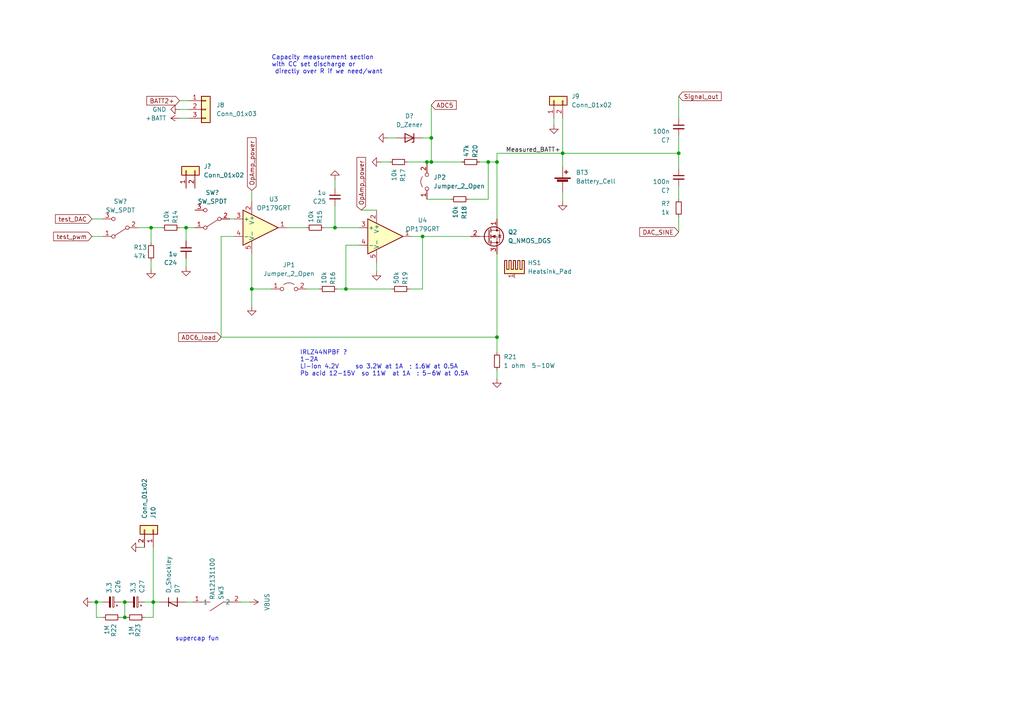
<source format=kicad_sch>
(kicad_sch (version 20211123) (generator eeschema)
  (paper "A4")
  (lib_symbols
    (symbol "Amplifier_Operational:OP179GRT" (pin_names (offset 0.127))
      (property "Reference" "U" (at 0 5.08 0))
      (property "Value" "OP179GRT" (at 0 -5.08 0))
      (symbol "OP179GRT_0_1"
        (polyline (pts (xy -5.08 5.08) (xy 5.08 0) (xy -5.08 -5.08) (xy -5.08 5.08)) (stroke (width 0.254)) (fill (type background)))
        (pin power_in line (at -2.54 7.62 270) (length 3.81) (name "V+") (number "2"))
        (pin power_in line (at -2.54 -7.62 90) (length 3.81) (name "V-") (number "5"))
      )
      (symbol "OP179GRT_1_1"
        (pin output line (at 7.62 0 180) (length 2.54) (name "~") (number "1"))
        (pin input line (at -7.62 2.54 0) (length 2.54) (name "+") (number "3"))
        (pin input line (at -7.62 -2.54 0) (length 2.54) (name "-") (number "4"))
      )
    )
    (symbol "Connector_Generic:Conn_01x02" (pin_names (offset 1.016) hide)
      (property "Reference" "J" (at 0 2.54 0))
      (property "Value" "Conn_01x02" (at 0 -5.08 0))
      (symbol "Conn_01x02_1_1"
        (rectangle (start -1.27 -2.413) (end 0 -2.667) (stroke (width 0.1524)))
        (rectangle (start -1.27 0.127) (end 0 -0.127) (stroke (width 0.1524)))
        (rectangle (start -1.27 1.27) (end 1.27 -3.81) (stroke (width 0.254)) (fill (type background)))
        (pin passive line (at -5.08 0 0) (length 3.81) (name "Pin_1") (number "1"))
        (pin passive line (at -5.08 -2.54 0) (length 3.81) (name "Pin_2") (number "2"))
      )
    )
    (symbol "Connector_Generic:Conn_01x03" (pin_names (offset 1.016) hide)
      (property "Reference" "J" (at 0 5.08 0))
      (property "Value" "Conn_01x03" (at 0 -5.08 0))
      (symbol "Conn_01x03_1_1"
        (rectangle (start -1.27 -2.413) (end 0 -2.667) (stroke (width 0.1524)))
        (rectangle (start -1.27 0.127) (end 0 -0.127) (stroke (width 0.1524)))
        (rectangle (start -1.27 2.667) (end 0 2.413) (stroke (width 0.1524)))
        (rectangle (start -1.27 3.81) (end 1.27 -3.81) (stroke (width 0.254)) (fill (type background)))
        (pin passive line (at -5.08 2.54 0) (length 3.81) (name "Pin_1") (number "1"))
        (pin passive line (at -5.08 0 0) (length 3.81) (name "Pin_2") (number "2"))
        (pin passive line (at -5.08 -2.54 0) (length 3.81) (name "Pin_3") (number "3"))
      )
    )
    (symbol "Device:Battery_Cell" (pin_numbers hide) (pin_names (offset 0) hide)
      (property "Reference" "BT" (at 2.54 2.54 0))
      (property "Value" "Battery_Cell" (at 2.54 0 0))
      (symbol "Battery_Cell_0_1"
        (rectangle (start -2.286 1.778) (end 2.286 1.524) (fill (type outline)))
        (rectangle (start -1.5748 1.1938) (end 1.4732 0.6858) (fill (type outline)))
        (polyline (pts (xy 0 0.762) (xy 0 0)))
        (polyline (pts (xy 0 1.778) (xy 0 2.54)))
        (polyline (pts (xy 0.508 3.429) (xy 1.524 3.429)) (stroke (width 0.254)))
        (polyline (pts (xy 1.016 3.937) (xy 1.016 2.921)) (stroke (width 0.254)))
      )
      (symbol "Battery_Cell_1_1"
        (pin passive line (at 0 5.08 270) (length 2.54) (name "+") (number "1"))
        (pin passive line (at 0 -2.54 90) (length 2.54) (name "-") (number "2"))
      )
    )
    (symbol "Device:C_Polarized_Small" (pin_numbers hide) (pin_names (offset 0.254) hide)
      (property "Reference" "C" (at 0.254 1.778 0))
      (property "Value" "C_Polarized_Small" (at 0.254 -2.032 0))
      (symbol "C_Polarized_Small_0_1"
        (rectangle (start -1.524 -0.3048) (end 1.524 -0.6858) (fill (type outline)))
        (rectangle (start -1.524 0.6858) (end 1.524 0.3048))
        (polyline (pts (xy -1.27 1.524) (xy -0.762 1.524)))
        (polyline (pts (xy -1.016 1.27) (xy -1.016 1.778)))
      )
      (symbol "C_Polarized_Small_1_1"
        (pin passive line (at 0 2.54 270) (length 1.8542) (name "~") (number "1"))
        (pin passive line (at 0 -2.54 90) (length 1.8542) (name "~") (number "2"))
      )
    )
    (symbol "Device:C_Small" (pin_numbers hide) (pin_names (offset 0.254) hide)
      (property "Reference" "C" (at 0.254 1.778 0))
      (property "Value" "C_Small" (at 0.254 -2.032 0))
      (symbol "C_Small_0_1"
        (polyline (pts (xy -1.524 -0.508) (xy 1.524 -0.508)) (stroke (width 0.3302)))
        (polyline (pts (xy -1.524 0.508) (xy 1.524 0.508)) (stroke (width 0.3048)))
      )
      (symbol "C_Small_1_1"
        (pin passive line (at 0 2.54 270) (length 2.032) (name "~") (number "1"))
        (pin passive line (at 0 -2.54 90) (length 2.032) (name "~") (number "2"))
      )
    )
    (symbol "Device:D_Shockley" (pin_numbers hide) (pin_names (offset 1.016) hide)
      (property "Reference" "D" (at 0 2.54 0))
      (property "Value" "D_Shockley" (at 0 -2.54 0))
      (symbol "D_Shockley_0_1"
        (polyline (pts (xy -1.27 0) (xy 1.27 0)))
        (polyline (pts (xy -1.27 1.27) (xy -1.27 -1.27)) (stroke (width 0.254)))
        (polyline (pts (xy -1.27 0) (xy 1.27 1.27) (xy 1.27 -1.27)) (stroke (width 0.254)))
      )
      (symbol "D_Shockley_1_1"
        (pin passive line (at -3.81 0 0) (length 2.54) (name "K") (number "1"))
        (pin passive line (at 3.81 0 180) (length 2.54) (name "A") (number "2"))
      )
    )
    (symbol "Device:D_Zener" (pin_numbers hide) (pin_names (offset 1.016) hide)
      (property "Reference" "D" (at 0 2.54 0))
      (property "Value" "D_Zener" (at 0 -2.54 0))
      (symbol "D_Zener_0_1"
        (polyline (pts (xy 1.27 0) (xy -1.27 0)))
        (polyline (pts (xy -1.27 -1.27) (xy -1.27 1.27) (xy -0.762 1.27)) (stroke (width 0.254)))
        (polyline (pts (xy 1.27 -1.27) (xy 1.27 1.27) (xy -1.27 0) (xy 1.27 -1.27)) (stroke (width 0.254)))
      )
      (symbol "D_Zener_1_1"
        (pin passive line (at -3.81 0 0) (length 2.54) (name "K") (number "1"))
        (pin passive line (at 3.81 0 180) (length 2.54) (name "A") (number "2"))
      )
    )
    (symbol "Device:Q_NMOS_DGS" (pin_names (offset 0) hide)
      (property "Reference" "Q" (at 5.08 1.27 0))
      (property "Value" "Q_NMOS_DGS" (at 5.08 -1.27 0))
      (symbol "Q_NMOS_DGS_0_1"
        (polyline (pts (xy 0.254 0) (xy -2.54 0)))
        (polyline (pts (xy 0.254 1.905) (xy 0.254 -1.905)) (stroke (width 0.254)))
        (polyline (pts (xy 0.762 -1.27) (xy 0.762 -2.286)) (stroke (width 0.254)))
        (polyline (pts (xy 0.762 0.508) (xy 0.762 -0.508)) (stroke (width 0.254)))
        (polyline (pts (xy 0.762 2.286) (xy 0.762 1.27)) (stroke (width 0.254)))
        (polyline (pts (xy 2.54 2.54) (xy 2.54 1.778)))
        (polyline (pts (xy 2.54 -2.54) (xy 2.54 0) (xy 0.762 0)))
        (polyline (pts (xy 0.762 -1.778) (xy 3.302 -1.778) (xy 3.302 1.778) (xy 0.762 1.778)))
        (polyline (pts (xy 1.016 0) (xy 2.032 0.381) (xy 2.032 -0.381) (xy 1.016 0)) (fill (type outline)))
        (polyline (pts (xy 2.794 0.508) (xy 2.921 0.381) (xy 3.683 0.381) (xy 3.81 0.254)))
        (polyline (pts (xy 3.302 0.381) (xy 2.921 -0.254) (xy 3.683 -0.254) (xy 3.302 0.381)))
        (circle (center 1.651 0) (radius 2.794) (stroke (width 0.254)))
        (circle (center 2.54 -1.778) (radius 0.254) (fill (type outline)))
        (circle (center 2.54 1.778) (radius 0.254) (fill (type outline)))
      )
      (symbol "Q_NMOS_DGS_1_1"
        (pin passive line (at 2.54 5.08 270) (length 2.54) (name "D") (number "1"))
        (pin input line (at -5.08 0 0) (length 2.54) (name "G") (number "2"))
        (pin passive line (at 2.54 -5.08 90) (length 2.54) (name "S") (number "3"))
      )
    )
    (symbol "Device:R_Small" (pin_numbers hide) (pin_names (offset 0.254) hide)
      (property "Reference" "R" (at 0.762 0.508 0))
      (property "Value" "R_Small" (at 0.762 -1.016 0))
      (symbol "R_Small_0_1"
        (rectangle (start -0.762 1.778) (end 0.762 -1.778) (stroke (width 0.2032)))
      )
      (symbol "R_Small_1_1"
        (pin passive line (at 0 2.54 270) (length 0.762) (name "~") (number "1"))
        (pin passive line (at 0 -2.54 90) (length 0.762) (name "~") (number "2"))
      )
    )
    (symbol "Jumper:Jumper_2_Open" (pin_names (offset 0) hide)
      (property "Reference" "JP" (at 0 2.794 0))
      (property "Value" "Jumper_2_Open" (at 0 -2.286 0))
      (symbol "Jumper_2_Open_0_0"
        (circle (center -2.032 0) (radius 0.508))
        (circle (center 2.032 0) (radius 0.508))
      )
      (symbol "Jumper_2_Open_0_1"
        (arc (start 1.524 1.27) (mid 0 1.778) (end -1.524 1.27))
      )
      (symbol "Jumper_2_Open_1_1"
        (pin passive line (at -5.08 0 0) (length 2.54) (name "A") (number "1"))
        (pin passive line (at 5.08 0 180) (length 2.54) (name "B") (number "2"))
      )
    )
    (symbol "Mechanical:Heatsink_Pad" (pin_names (offset 0))
      (property "Reference" "HS" (at 0 5.715 0))
      (property "Value" "Heatsink_Pad" (at 0 3.81 0))
      (symbol "Heatsink_Pad_0_1"
        (polyline (pts (xy -0.3302 0) (xy -0.9652 0) (xy -0.9652 2.54) (xy -1.6002 2.54) (xy -1.6002 0) (xy -2.2352 0) (xy -2.2352 2.54) (xy -2.8702 2.54) (xy -2.8702 -1.27) (xy -0.9652 -1.27)) (stroke (width 0.254)) (fill (type background)))
        (polyline (pts (xy -0.3302 0) (xy -0.3302 2.54) (xy 0.3048 2.54) (xy 0.3048 0) (xy 0.9398 0) (xy 0.9398 2.54) (xy 1.5748 2.54) (xy 1.5748 0) (xy 2.2098 0) (xy 2.2098 2.54) (xy 2.8448 2.54) (xy 2.8448 -1.27) (xy -0.9652 -1.27)) (stroke (width 0.254)) (fill (type background)))
      )
      (symbol "Heatsink_Pad_1_1"
        (pin passive line (at 0 -2.54 90) (length 1.27) (name "~") (number "1"))
      )
    )
    (symbol "My_custom_lib:RA12131100"
      (property "Reference" "SW" (at 0 0 0))
      (property "Value" "RA12131100" (at 0 0 0))
      (symbol "RA12131100_0_1"
        (polyline (pts (xy -1.27 -2.54) (xy -5.08 0)))
        (polyline (pts (xy 1.27 -2.54) (xy -1.27 -2.54)))
        (polyline (pts (xy -7.62 -2.54) (xy -6.35 -2.54) (xy -5.08 -2.54)))
      )
      (symbol "RA12131100_1_1"
        (pin input line (at -10.16 -2.54 0) (length 2.54) (name "1") (number "1"))
        (pin input line (at 3.81 -2.54 180) (length 2.54) (name "2") (number "2"))
      )
    )
    (symbol "Switch:SW_SPDT" (pin_names (offset 0) hide)
      (property "Reference" "SW" (at 0 4.318 0))
      (property "Value" "SW_SPDT" (at 0 -5.08 0))
      (symbol "SW_SPDT_0_0"
        (circle (center -2.032 0) (radius 0.508))
        (circle (center 2.032 -2.54) (radius 0.508))
      )
      (symbol "SW_SPDT_0_1"
        (polyline (pts (xy -1.524 0.254) (xy 1.651 2.286)))
        (circle (center 2.032 2.54) (radius 0.508))
      )
      (symbol "SW_SPDT_1_1"
        (pin passive line (at 5.08 2.54 180) (length 2.54) (name "A") (number "1"))
        (pin passive line (at -5.08 0 0) (length 2.54) (name "B") (number "2"))
        (pin passive line (at 5.08 -2.54 180) (length 2.54) (name "C") (number "3"))
      )
    )
    (symbol "power:+BATT" (power) (pin_names (offset 0))
      (property "Value" "+BATT" (at 0 3.556 0))
      (symbol "+BATT_0_1"
        (polyline (pts (xy -0.762 1.27) (xy 0 2.54)))
        (polyline (pts (xy 0 0) (xy 0 2.54)))
        (polyline (pts (xy 0 2.54) (xy 0.762 1.27)))
      )
      (symbol "+BATT_1_1"
        (pin power_in line (at 0 0 90) (length 0) hide (name "+BATT") (number "1"))
      )
    )
    (symbol "power:GND" (power) (pin_names (offset 0))
      (property "Value" "GND" (at 0 -3.81 0))
      (symbol "GND_0_1"
        (polyline (pts (xy 0 0) (xy 0 -1.27) (xy 1.27 -1.27) (xy 0 -2.54) (xy -1.27 -1.27) (xy 0 -1.27)))
      )
      (symbol "GND_1_1"
        (pin power_in line (at 0 0 270) (length 0) hide (name "GND") (number "1"))
      )
    )
    (symbol "power:VBUS" (power) (pin_names (offset 0))
      (property "Value" "VBUS" (at 0 3.81 0))
      (symbol "VBUS_0_1"
        (polyline (pts (xy -0.762 1.27) (xy 0 2.54)))
        (polyline (pts (xy 0 0) (xy 0 2.54)))
        (polyline (pts (xy 0 2.54) (xy 0.762 1.27)))
      )
      (symbol "VBUS_1_1"
        (pin power_in line (at 0 0 90) (length 0) hide (name "VBUS") (number "1"))
      )
    )
  )
  (junction (at 43.815 66.04))
  (junction (at 100.33 83.82))
  (junction (at 122.555 68.58))
  (junction (at 27.94 174.625))
  (junction (at 44.45 174.625))
  (junction (at 141.605 46.99))
  (junction (at 196.85 44.45))
  (junction (at 123.825 46.99))
  (junction (at 144.145 46.99))
  (junction (at 53.975 66.04))
  (junction (at 73.025 83.82))
  (junction (at 144.145 97.79))
  (junction (at 36.195 179.07))
  (junction (at 125.095 40.005))
  (junction (at 97.155 66.04))
  (junction (at 125.095 46.99))
  (junction (at 36.195 174.625))
  (junction (at 163.195 44.45))
  (wire (pts (xy 196.85 44.45) (xy 196.85 39.37)))
  (wire (pts (xy 43.815 66.04) (xy 46.99 66.04)))
  (wire (pts (xy 64.135 97.79) (xy 64.135 68.58)))
  (wire (pts (xy 125.095 46.99) (xy 133.985 46.99)))
  (wire (pts (xy 163.195 44.45) (xy 196.85 44.45)))
  (wire (pts (xy 53.975 74.93) (xy 53.975 77.47)))
  (wire (pts (xy 125.095 46.99) (xy 125.095 40.005)))
  (wire (pts (xy 122.555 68.58) (xy 136.525 68.58)))
  (wire (pts (xy 44.45 174.625) (xy 41.91 174.625)))
  (wire (pts (xy 196.85 34.29) (xy 196.85 27.94)))
  (wire (pts (xy 43.815 66.04) (xy 43.815 70.485)))
  (wire (pts (xy 141.605 57.785) (xy 141.605 46.99)))
  (wire (pts (xy 44.45 179.07) (xy 41.91 179.07)))
  (wire (pts (xy 196.85 57.785) (xy 196.85 53.975)))
  (wire (pts (xy 52.07 31.75) (xy 54.61 31.75)))
  (wire (pts (xy 163.195 44.45) (xy 163.195 48.26)))
  (wire (pts (xy 64.135 68.58) (xy 67.945 68.58)))
  (wire (pts (xy 100.33 83.82) (xy 113.665 83.82)))
  (wire (pts (xy 125.095 40.005) (xy 125.095 30.48)))
  (wire (pts (xy 100.33 83.82) (xy 100.33 71.12)))
  (wire (pts (xy 73.025 55.245) (xy 73.025 58.42)))
  (wire (pts (xy 73.025 83.82) (xy 78.74 83.82)))
  (wire (pts (xy 122.555 40.005) (xy 125.095 40.005)))
  (wire (pts (xy 144.145 44.45) (xy 163.195 44.45)))
  (wire (pts (xy 118.11 46.99) (xy 123.825 46.99)))
  (wire (pts (xy 36.195 174.625) (xy 34.925 174.625)))
  (wire (pts (xy 43.815 75.565) (xy 43.815 78.105)))
  (wire (pts (xy 83.185 66.04) (xy 88.9 66.04)))
  (wire (pts (xy 123.825 57.785) (xy 130.81 57.785)))
  (wire (pts (xy 44.45 174.625) (xy 44.45 179.07)))
  (wire (pts (xy 119.38 68.58) (xy 122.555 68.58)))
  (wire (pts (xy 110.49 46.99) (xy 113.03 46.99)))
  (wire (pts (xy 122.555 83.82) (xy 118.745 83.82)))
  (wire (pts (xy 104.775 60.96) (xy 109.22 60.96)))
  (wire (pts (xy 139.065 46.99) (xy 141.605 46.99)))
  (wire (pts (xy 144.145 97.79) (xy 144.145 102.235)))
  (wire (pts (xy 196.85 67.31) (xy 196.85 62.865)))
  (wire (pts (xy 29.845 174.625) (xy 27.94 174.625)))
  (wire (pts (xy 40.005 66.04) (xy 43.815 66.04)))
  (wire (pts (xy 97.155 54.61) (xy 97.155 52.07)))
  (wire (pts (xy 144.145 107.315) (xy 144.145 109.855)))
  (wire (pts (xy 144.145 46.99) (xy 144.145 44.45)))
  (wire (pts (xy 122.555 68.58) (xy 122.555 83.82)))
  (wire (pts (xy 135.89 57.785) (xy 141.605 57.785)))
  (wire (pts (xy 27.94 179.07) (xy 27.94 174.625)))
  (wire (pts (xy 52.07 66.04) (xy 53.975 66.04)))
  (wire (pts (xy 52.07 34.29) (xy 54.61 34.29)))
  (wire (pts (xy 144.145 97.79) (xy 64.135 97.79)))
  (wire (pts (xy 53.975 66.04) (xy 56.515 66.04)))
  (wire (pts (xy 109.22 76.2) (xy 109.22 78.74)))
  (wire (pts (xy 163.195 34.29) (xy 163.195 44.45)))
  (wire (pts (xy 144.145 73.66) (xy 144.145 97.79)))
  (wire (pts (xy 97.79 83.82) (xy 100.33 83.82)))
  (wire (pts (xy 66.675 63.5) (xy 67.945 63.5)))
  (wire (pts (xy 196.85 48.895) (xy 196.85 44.45)))
  (wire (pts (xy 36.195 179.07) (xy 36.195 174.625)))
  (wire (pts (xy 163.195 55.88) (xy 163.195 58.42)))
  (wire (pts (xy 73.025 73.66) (xy 73.025 83.82)))
  (wire (pts (xy 123.825 46.99) (xy 125.095 46.99)))
  (wire (pts (xy 160.655 34.29) (xy 160.655 36.195)))
  (wire (pts (xy 29.845 179.07) (xy 27.94 179.07)))
  (wire (pts (xy 26.67 68.58) (xy 29.845 68.58)))
  (wire (pts (xy 55.88 174.625) (xy 53.975 174.625)))
  (wire (pts (xy 144.145 63.5) (xy 144.145 46.99)))
  (wire (pts (xy 27.94 174.625) (xy 26.67 174.625)))
  (wire (pts (xy 97.155 59.69) (xy 97.155 66.04)))
  (wire (pts (xy 141.605 46.99) (xy 144.145 46.99)))
  (wire (pts (xy 97.155 66.04) (xy 104.14 66.04)))
  (wire (pts (xy 93.98 66.04) (xy 97.155 66.04)))
  (wire (pts (xy 53.975 66.04) (xy 53.975 69.85)))
  (wire (pts (xy 41.91 158.75) (xy 40.64 158.75)))
  (wire (pts (xy 123.825 46.99) (xy 123.825 47.625)))
  (wire (pts (xy 72.39 174.625) (xy 69.85 174.625)))
  (wire (pts (xy 100.33 71.12) (xy 104.14 71.12)))
  (wire (pts (xy 52.07 29.21) (xy 54.61 29.21)))
  (wire (pts (xy 88.9 83.82) (xy 92.71 83.82)))
  (wire (pts (xy 36.83 179.07) (xy 36.195 179.07)))
  (wire (pts (xy 44.45 174.625) (xy 44.45 158.75)))
  (wire (pts (xy 46.355 174.625) (xy 44.45 174.625)))
  (wire (pts (xy 36.83 174.625) (xy 36.195 174.625)))
  (wire (pts (xy 36.195 179.07) (xy 34.925 179.07)))
  (wire (pts (xy 73.025 83.82) (xy 73.025 88.9)))
  (wire (pts (xy 112.395 40.005) (xy 114.935 40.005)))
  (wire (pts (xy 26.67 63.5) (xy 29.845 63.5)))
  (text "supercap fun" (at 50.8 186.055 0) (effects (font (size 1.27 1.27)) (justify left bottom)))
  (text "IRLZ44NPBF ?\n1-2A \nLi-ion 4.2V     so 3.2W at 1A  ; 1.6W at 0.5A\nPb acid 12-15V  so 11W  at 1A  : 5-6W at 0.5A" (at 86.995 109.22 0) (effects (font (size 1.27 1.27)) (justify left bottom)))
  (text "Capacity measurement section\nwith CC set discharge or\n directly over R if we need/want" (at 78.74 21.59 0) (effects (font (size 1.27 1.27)) (justify left bottom)))
  (label "Measured_BATT+" (at 146.685 44.45 0))
  (global_label "test_DAC" (shape input) (at 26.67 63.5 180) (property "Intersheet References" "${INTERSHEET_REFS}" (effects hide)))
  (global_label "BATT2+" (shape input) (at 52.07 29.21 180) (property "Intersheet References" "${INTERSHEET_REFS}" (effects hide)))
  (global_label "OpAmp_power" (shape input) (at 73.025 55.245 90) (property "Intersheet References" "${INTERSHEET_REFS}" (effects hide)))
  (global_label "Signal_out" (shape input) (at 196.85 27.94 0) (property "Intersheet References" "${INTERSHEET_REFS}" (effects hide)))
  (global_label "test_pwm" (shape input) (at 26.67 68.58 180) (property "Intersheet References" "${INTERSHEET_REFS}" (effects hide)))
  (global_label "ADC5" (shape input) (at 125.095 30.48 0) (property "Intersheet References" "${INTERSHEET_REFS}" (effects hide)))
  (global_label "DAC_SINE" (shape input) (at 196.85 67.31 180) (property "Intersheet References" "${INTERSHEET_REFS}" (effects hide)))
  (global_label "OpAmp_power" (shape input) (at 104.775 60.96 90) (property "Intersheet References" "${INTERSHEET_REFS}" (effects hide)))
  (global_label "ADC6_load" (shape input) (at 64.135 97.79 180) (property "Intersheet References" "${INTERSHEET_REFS}" (effects hide)))
  (symbol (lib_id "Device:R_Small") (at 136.525 46.99 270) (mirror x) (unit 1)
    (property "Reference" "R20" (at 137.795 41.91 0) (effects (justify right)))
    (property "Value" "47k" (at 135.255 41.91 0) (effects (justify right)))
    (property "Footprint" "Resistor_SMD:R_0603_1608Metric_Pad0.98x0.95mm_HandSolder" (effects hide))
  )
  (symbol (lib_id "Device:C_Small") (at 53.975 72.39 0) (mirror y) (unit 1)
    (property "Reference" "C24" (at 51.435 76.2 0) (effects (justify left)))
    (property "Value" "1u" (at 51.435 73.66 0) (effects (justify left)))
    (property "Footprint" "Capacitor_SMD:C_0603_1608Metric_Pad1.08x0.95mm_HandSolder" (effects hide))
  )
  (symbol (lib_id "Device:D_Zener") (at 118.745 40.005 180) (unit 1)
    (property "Reference" "D?" (at 118.745 33.655 0))
    (property "Value" "D_Zener" (at 118.745 36.195 0))
  )
  (symbol (lib_id "power:GND") (at 109.22 78.74 0) (mirror y) (unit 1)
    (property "Reference" "#PWR0173" (effects hide))
    (property "Value" "GND" (effects hide))
  )
  (symbol (lib_id "power:GND") (at 73.025 88.9 0) (mirror y) (unit 1)
    (property "Reference" "#PWR0172" (effects hide))
    (property "Value" "GND" (effects hide))
  )
  (symbol (lib_id "My_custom_lib:RA12131100") (at 66.04 177.165 0) (mirror x) (unit 1)
    (property "Reference" "SW3" (at 64.1351 173.99 90) (effects (justify right)))
    (property "Value" "RA12131100" (at 61.5951 173.99 90) (effects (justify right)))
    (property "Datasheet" "https://ro.mouser.com/ProductDetail/612-RA12131100" (effects hide))
  )
  (symbol (lib_id "Device:R_Small") (at 91.44 66.04 270) (mirror x) (unit 1)
    (property "Reference" "R15" (at 92.71 60.96 0) (effects (justify right)))
    (property "Value" "10k" (at 90.17 60.96 0) (effects (justify right)))
    (property "Footprint" "Resistor_SMD:R_0603_1608Metric_Pad0.98x0.95mm_HandSolder" (effects hide))
  )
  (symbol (lib_id "power:GND") (at 43.815 78.105 0) (mirror y) (unit 1)
    (property "Reference" "#PWR0165" (effects hide))
    (property "Value" "GND" (effects hide))
  )
  (symbol (lib_id "Device:D_Shockley") (at 50.165 174.625 0) (mirror x) (unit 1)
    (property "Reference" "D7" (at 51.4351 172.085 90) (effects (justify right)))
    (property "Value" "D_Shockley" (at 48.8951 172.085 90) (effects (justify right)))
    (property "Footprint" "Diode_THT:D_A-405_P12.70mm_Horizontal" (effects hide))
  )
  (symbol (lib_id "Connector_Generic:Conn_01x03") (at 59.69 31.75 0) (unit 1)
    (property "Reference" "J8" (at 62.738 30.4799 0) (effects (justify left)))
    (property "Value" "Conn_01x03" (at 62.738 33.0199 0) (effects (justify left)))
    (property "Footprint" "Connector_PinHeader_2.54mm:PinHeader_1x03_P2.54mm_Vertical" (effects hide))
  )
  (symbol (lib_id "power:GND") (at 110.49 46.99 270) (mirror x) (unit 1)
    (property "Reference" "#PWR0174" (effects hide))
    (property "Value" "GND" (effects hide))
  )
  (symbol (lib_id "Device:C_Small") (at 196.85 36.83 0) (mirror y) (unit 1)
    (property "Reference" "C?" (at 194.31 40.64 0) (effects (justify left)))
    (property "Value" "100n" (at 194.31 38.1 0) (effects (justify left)))
    (property "Footprint" "Capacitor_SMD:C_0603_1608Metric_Pad1.08x0.95mm_HandSolder" (effects hide))
  )
  (symbol (lib_id "power:GND") (at 40.64 158.75 270) (unit 1)
    (property "Reference" "#PWR0177" (effects hide))
    (property "Value" "GND" (effects hide))
  )
  (symbol (lib_id "Device:C_Polarized_Small") (at 39.37 174.625 270) (mirror x) (unit 1)
    (property "Reference" "C27" (at 41.1862 172.085 0) (effects (justify left)))
    (property "Value" "3.3" (at 38.6462 172.085 0) (effects (justify left)))
    (property "Footprint" "Capacitor_THT:CP_Radial_D8.0mm_P3.50mm" (effects hide))
  )
  (symbol (lib_id "Mechanical:Heatsink_Pad") (at 149.225 78.105 0) (unit 1)
    (property "Reference" "HS1" (at 153.035 76.1999 0) (effects (justify left)))
    (property "Value" "Heatsink_Pad" (at 153.035 78.7399 0) (effects (justify left)))
  )
  (symbol (lib_id "power:GND") (at 163.195 58.42 0) (mirror y) (unit 1)
    (property "Reference" "#PWR0169" (effects hide))
    (property "Value" "GND" (effects hide))
  )
  (symbol (lib_id "Amplifier_Operational:OP179GRT") (at 111.76 68.58 0) (unit 1)
    (property "Reference" "U4" (at 122.555 63.881 0))
    (property "Value" "OP179GRT" (at 122.555 66.421 0))
    (property "Footprint" "Package_TO_SOT_SMD:SOT-23-5" (effects hide))
    (property "Datasheet" "https://www.analog.com/media/en/technical-documentation/data-sheets/OP179_279.pdf" (effects hide))
  )
  (symbol (lib_id "Jumper:Jumper_2_Open") (at 123.825 52.705 90) (unit 1)
    (property "Reference" "JP2" (at 125.73 51.4349 90) (effects (justify right)))
    (property "Value" "Jumper_2_Open" (at 125.73 53.9749 90) (effects (justify right)))
  )
  (symbol (lib_id "Device:C_Small") (at 196.85 51.435 0) (mirror y) (unit 1)
    (property "Reference" "C?" (at 194.31 55.245 0) (effects (justify left)))
    (property "Value" "100n" (at 194.31 52.705 0) (effects (justify left)))
    (property "Footprint" "Capacitor_SMD:C_0603_1608Metric_Pad1.08x0.95mm_HandSolder" (effects hide))
  )
  (symbol (lib_id "Device:R_Small") (at 116.205 83.82 270) (mirror x) (unit 1)
    (property "Reference" "R19" (at 117.475 78.74 0) (effects (justify right)))
    (property "Value" "50k" (at 114.935 78.74 0) (effects (justify right)))
    (property "Footprint" "Resistor_SMD:R_0603_1608Metric_Pad0.98x0.95mm_HandSolder" (effects hide))
  )
  (symbol (lib_id "Device:R_Small") (at 32.385 179.07 90) (mirror x) (unit 1)
    (property "Reference" "R22" (at 33.02 184.785 0) (effects (justify right)))
    (property "Value" "1M" (at 30.988 184.15 0) (effects (justify right)))
    (property "Footprint" "Resistor_THT:R_Axial_DIN0411_L9.9mm_D3.6mm_P7.62mm_Vertical" (effects hide))
  )
  (symbol (lib_id "Device:Q_NMOS_DGS") (at 141.605 68.58 0) (unit 1)
    (property "Reference" "Q2" (at 147.32 67.3099 0) (effects (justify left)))
    (property "Value" "Q_NMOS_DGS" (at 147.32 69.8499 0) (effects (justify left)))
  )
  (symbol (lib_id "Device:R_Small") (at 133.35 57.785 270) (mirror x) (unit 1)
    (property "Reference" "R18" (at 134.62 59.69 0) (effects (justify right)))
    (property "Value" "10k" (at 132.08 59.69 0) (effects (justify right)))
    (property "Footprint" "Resistor_SMD:R_0603_1608Metric_Pad0.98x0.95mm_HandSolder" (effects hide))
  )
  (symbol (lib_id "power:+BATT") (at 52.07 34.29 90) (unit 1)
    (property "Reference" "#PWR?" (effects hide))
    (property "Value" "+BATT" (at 48.26 34.2899 90) (effects (justify left)))
  )
  (symbol (lib_id "Device:R_Small") (at 144.145 104.775 0) (unit 1)
    (property "Reference" "R21" (at 146.05 103.5049 0) (effects (justify left)))
    (property "Value" "1 ohm  5-10W" (at 146.05 106.0449 0) (effects (justify left)))
  )
  (symbol (lib_id "Device:C_Polarized_Small") (at 32.385 174.625 270) (mirror x) (unit 1)
    (property "Reference" "C26" (at 34.2012 172.085 0) (effects (justify left)))
    (property "Value" "3.3" (at 31.6612 172.085 0) (effects (justify left)))
    (property "Footprint" "Capacitor_THT:CP_Radial_D8.0mm_P3.50mm" (effects hide))
  )
  (symbol (lib_id "power:GND") (at 52.07 31.75 270) (unit 1)
    (property "Reference" "#PWR0168" (effects hide))
    (property "Value" "GND" (at 48.26 31.7499 90) (effects (justify right)))
  )
  (symbol (lib_id "Amplifier_Operational:OP179GRT") (at 75.565 66.04 0) (unit 1)
    (property "Reference" "U3" (at 79.375 57.785 0))
    (property "Value" "OP179GRT" (at 79.375 60.325 0))
    (property "Footprint" "Package_TO_SOT_SMD:SOT-23-5" (effects hide))
    (property "Datasheet" "https://www.analog.com/media/en/technical-documentation/data-sheets/OP179_279.pdf" (effects hide))
  )
  (symbol (lib_id "Jumper:Jumper_2_Open") (at 83.82 83.82 0) (unit 1)
    (property "Reference" "JP1" (at 83.82 76.835 0))
    (property "Value" "Jumper_2_Open" (at 83.82 79.375 0))
  )
  (symbol (lib_id "Device:R_Small") (at 95.25 83.82 270) (mirror x) (unit 1)
    (property "Reference" "R16" (at 96.52 78.74 0) (effects (justify right)))
    (property "Value" "10k" (at 93.98 78.74 0) (effects (justify right)))
    (property "Footprint" "Resistor_SMD:R_0603_1608Metric_Pad0.98x0.95mm_HandSolder" (effects hide))
  )
  (symbol (lib_id "Connector_Generic:Conn_01x02") (at 160.655 29.21 90) (unit 1)
    (property "Reference" "J9" (at 165.735 27.9399 90) (effects (justify right)))
    (property "Value" "Conn_01x02" (at 165.735 30.4799 90) (effects (justify right)))
    (property "Footprint" "Connector_Wago:Wago_734-132_1x02_P3.50mm_Vertical" (effects hide))
  )
  (symbol (lib_id "Device:R_Small") (at 115.57 46.99 270) (mirror x) (unit 1)
    (property "Reference" "R17" (at 116.84 48.895 0) (effects (justify right)))
    (property "Value" "10k" (at 114.3 48.895 0) (effects (justify right)))
    (property "Footprint" "Resistor_SMD:R_0603_1608Metric_Pad0.98x0.95mm_HandSolder" (effects hide))
  )
  (symbol (lib_id "Device:R_Small") (at 43.815 73.025 0) (mirror y) (unit 1)
    (property "Reference" "R13" (at 38.735 71.755 0) (effects (justify right)))
    (property "Value" "47k" (at 38.735 74.295 0) (effects (justify right)))
    (property "Footprint" "Resistor_SMD:R_0603_1608Metric_Pad0.98x0.95mm_HandSolder" (effects hide))
  )
  (symbol (lib_id "power:GND") (at 97.155 52.07 0) (mirror x) (unit 1)
    (property "Reference" "#PWR0167" (effects hide))
    (property "Value" "GND" (effects hide))
  )
  (symbol (lib_id "Switch:SW_SPDT") (at 34.925 66.04 180) (unit 1)
    (property "Reference" "SW?" (at 34.925 58.42 0))
    (property "Value" "SW_SPDT" (at 34.925 60.96 0))
  )
  (symbol (lib_id "Device:C_Small") (at 97.155 57.15 0) (mirror y) (unit 1)
    (property "Reference" "C25" (at 94.615 58.42 0) (effects (justify left)))
    (property "Value" "1u" (at 94.615 55.88 0) (effects (justify left)))
    (property "Footprint" "Capacitor_SMD:C_0603_1608Metric_Pad1.08x0.95mm_HandSolder" (effects hide))
  )
  (symbol (lib_id "Device:Battery_Cell") (at 163.195 53.34 0) (unit 1)
    (property "Reference" "BT3" (at 167.005 50.0379 0) (effects (justify left)))
    (property "Value" "Battery_Cell" (at 167.005 52.5779 0) (effects (justify left)))
    (property "Footprint" "Connector_PinHeader_2.54mm:PinHeader_1x02_P2.54mm_Vertical" (effects hide))
  )
  (symbol (lib_id "Device:R_Small") (at 49.53 66.04 270) (mirror x) (unit 1)
    (property "Reference" "R14" (at 50.8 60.96 0) (effects (justify right)))
    (property "Value" "10k" (at 48.26 60.96 0) (effects (justify right)))
    (property "Footprint" "Resistor_SMD:R_0603_1608Metric_Pad0.98x0.95mm_HandSolder" (effects hide))
  )
  (symbol (lib_id "power:GND") (at 53.975 77.47 0) (mirror y) (unit 1)
    (property "Reference" "#PWR0166" (effects hide))
    (property "Value" "GND" (effects hide))
  )
  (symbol (lib_id "power:GND") (at 160.655 36.195 0) (mirror y) (unit 1)
    (property "Reference" "#PWR0170" (effects hide))
    (property "Value" "GND" (effects hide))
  )
  (symbol (lib_id "power:VBUS") (at 72.39 174.625 270) (mirror x) (unit 1)
    (property "Reference" "#PWR0176" (effects hide))
    (property "Value" "VBUS" (at 77.47 174.625 0))
  )
  (symbol (lib_id "Switch:SW_SPDT") (at 61.595 63.5 180) (unit 1)
    (property "Reference" "SW?" (at 61.595 55.88 0))
    (property "Value" "SW_SPDT" (at 61.595 58.42 0))
  )
  (symbol (lib_id "power:GND") (at 144.145 109.855 0) (mirror y) (unit 1)
    (property "Reference" "#PWR0171" (effects hide))
    (property "Value" "GND" (effects hide))
  )
  (symbol (lib_id "power:GND") (at 112.395 40.005 270) (mirror x) (unit 1)
    (property "Reference" "#PWR?" (effects hide))
    (property "Value" "GND" (effects hide))
  )
  (symbol (lib_id "Device:R_Small") (at 196.85 60.325 0) (mirror y) (unit 1)
    (property "Reference" "R?" (at 191.77 59.055 0) (effects (justify right)))
    (property "Value" "1k" (at 191.77 61.595 0) (effects (justify right)))
    (property "Footprint" "Resistor_SMD:R_0603_1608Metric_Pad0.98x0.95mm_HandSolder" (effects hide))
  )
  (symbol (lib_id "power:GND") (at 26.67 174.625 270) (unit 1)
    (property "Reference" "#PWR0175" (effects hide))
    (property "Value" "GND" (effects hide))
  )
  (symbol (lib_id "Connector_Generic:Conn_01x02") (at 44.45 153.67 270) (mirror x) (unit 1)
    (property "Reference" "J10" (at 44.4501 150.495 0) (effects (justify left)))
    (property "Value" "Conn_01x02" (at 41.9101 150.495 0) (effects (justify left)))
    (property "Footprint" "Resistor_THT:R_Axial_DIN0309_L9.0mm_D3.2mm_P5.08mm_Vertical" (effects hide))
  )
  (symbol (lib_id "Connector_Generic:Conn_01x02") (at 53.975 49.53 90) (unit 1)
    (property "Reference" "J?" (at 59.055 48.2599 90) (effects (justify right)))
    (property "Value" "Conn_01x02" (at 59.055 50.7999 90) (effects (justify right)))
  )
  (symbol (lib_id "Device:R_Small") (at 39.37 179.07 90) (mirror x) (unit 1)
    (property "Reference" "R23" (at 40.005 184.785 0) (effects (justify right)))
    (property "Value" "1M" (at 38.1 184.404 0) (effects (justify right)))
    (property "Footprint" "Resistor_THT:R_Axial_DIN0411_L9.9mm_D3.6mm_P7.62mm_Vertical" (effects hide))
  )
)
</source>
